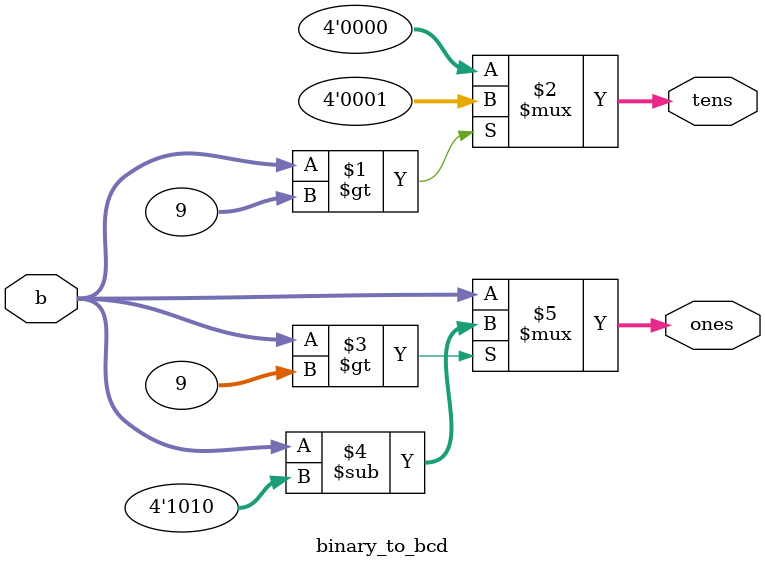
<source format=v>
module binary_to_bcd(input[3:0]b, output[3:0]tens, output[3:0]ones);
        assign tens = (b>9) ? 4'b0001 : 4'b0000; 
        assign ones = (b > 9) ? (b - 4'd10) : b;
endmodule


</source>
